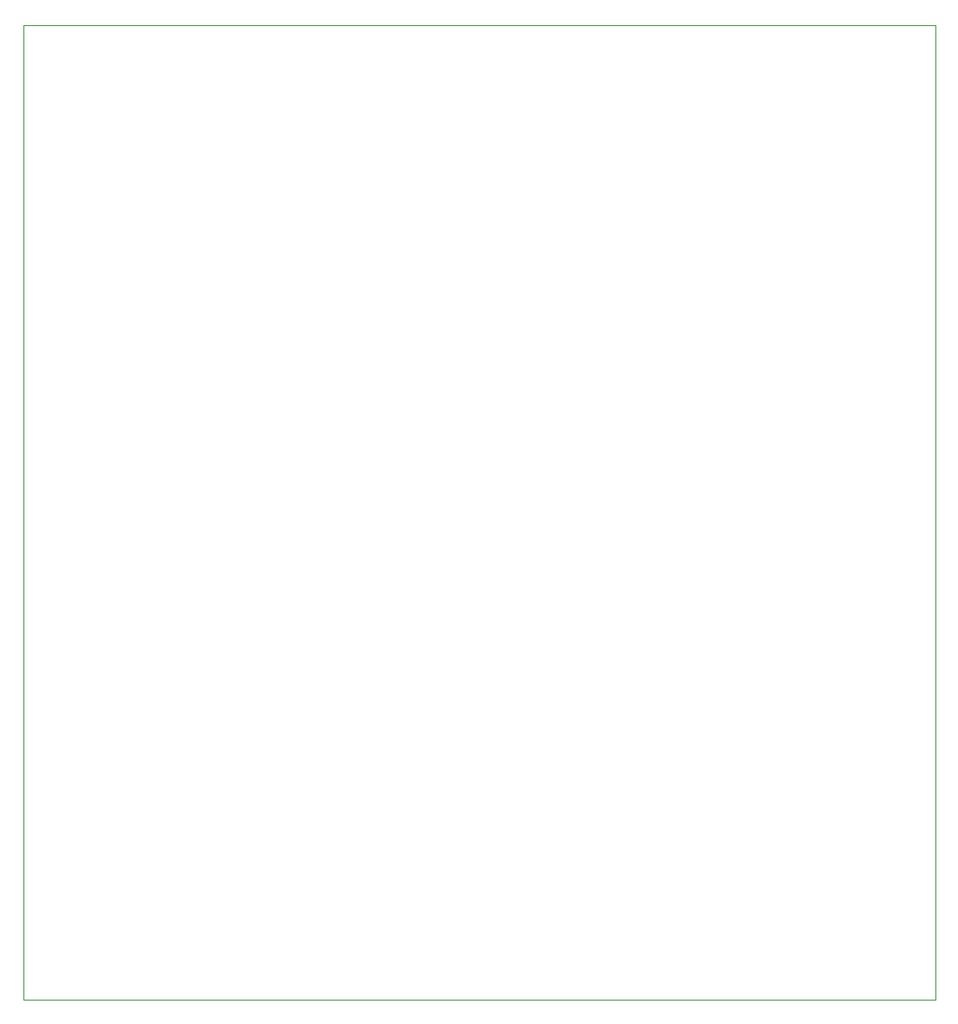
<source format=gbr>
G04 #@! TF.GenerationSoftware,KiCad,Pcbnew,(5.1.5)-3*
G04 #@! TF.CreationDate,2021-12-21T20:53:09+01:00*
G04 #@! TF.ProjectId,NummernstellpultInput,4e756d6d-6572-46e7-9374-656c6c70756c,rev?*
G04 #@! TF.SameCoordinates,Original*
G04 #@! TF.FileFunction,Profile,NP*
%FSLAX46Y46*%
G04 Gerber Fmt 4.6, Leading zero omitted, Abs format (unit mm)*
G04 Created by KiCad (PCBNEW (5.1.5)-3) date 2021-12-21 20:53:09*
%MOMM*%
%LPD*%
G04 APERTURE LIST*
%ADD10C,0.050000*%
G04 APERTURE END LIST*
D10*
X165000000Y-29500000D02*
X254000000Y-29500000D01*
X165000000Y-124500000D02*
X165000000Y-29500000D01*
X254000000Y-124500000D02*
X165000000Y-124500000D01*
X254000000Y-29500000D02*
X254000000Y-124500000D01*
M02*

</source>
